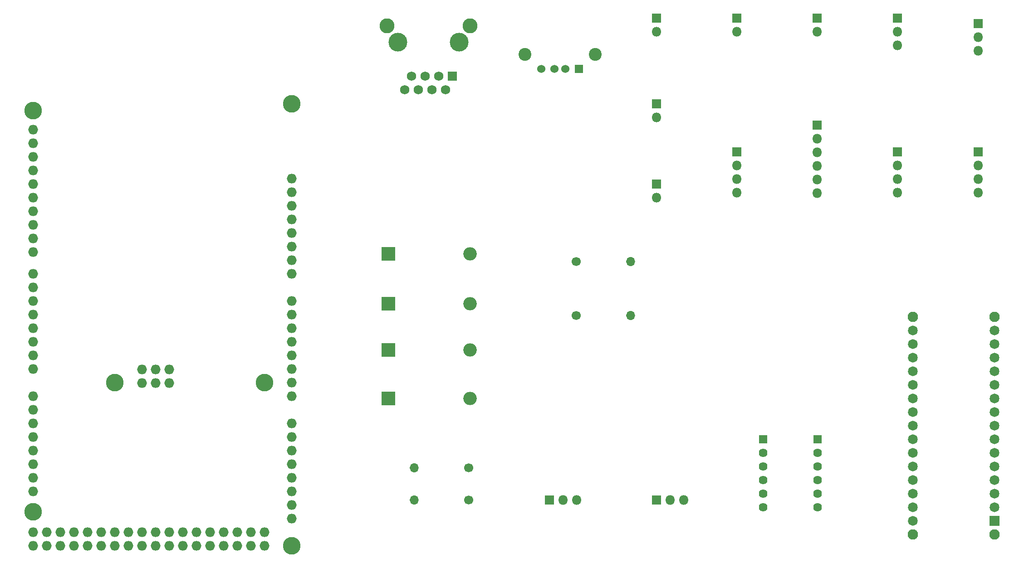
<source format=gbr>
G04 #@! TF.GenerationSoftware,KiCad,Pcbnew,(5.1.6)-1*
G04 #@! TF.CreationDate,2021-03-30T15:03:47-05:00*
G04 #@! TF.ProjectId,ControllerPCB,436f6e74-726f-46c6-9c65-725043422e6b,rev?*
G04 #@! TF.SameCoordinates,Original*
G04 #@! TF.FileFunction,Soldermask,Bot*
G04 #@! TF.FilePolarity,Negative*
%FSLAX46Y46*%
G04 Gerber Fmt 4.6, Leading zero omitted, Abs format (unit mm)*
G04 Created by KiCad (PCBNEW (5.1.6)-1) date 2021-03-30 15:03:47*
%MOMM*%
%LPD*%
G01*
G04 APERTURE LIST*
%ADD10O,1.827200X1.827200*%
%ADD11C,3.300000*%
%ADD12O,2.500000X2.500000*%
%ADD13R,2.500000X2.500000*%
%ADD14O,1.800000X1.800000*%
%ADD15R,1.800000X1.800000*%
%ADD16C,1.950000*%
%ADD17R,1.827200X1.827200*%
%ADD18C,1.827200*%
%ADD19C,1.624000*%
%ADD20R,1.624000X1.624000*%
%ADD21O,1.700000X1.700000*%
%ADD22C,1.700000*%
%ADD23C,2.400000*%
%ADD24C,1.528000*%
%ADD25R,1.528000X1.528000*%
%ADD26C,2.800000*%
%ADD27C,1.750000*%
%ADD28R,1.750000X1.750000*%
%ADD29C,3.500000*%
G04 APERTURE END LIST*
D10*
X79020000Y-109627000D03*
X101880000Y-142520000D03*
X101880000Y-139980000D03*
X99340000Y-142520000D03*
X99340000Y-139980000D03*
X96800000Y-142520000D03*
X96800000Y-139980000D03*
X94260000Y-142520000D03*
X94260000Y-139980000D03*
X91720000Y-142520000D03*
X91720000Y-139980000D03*
X89180000Y-142520000D03*
X89180000Y-139980000D03*
X86640000Y-142520000D03*
X86640000Y-139980000D03*
X84100000Y-142520000D03*
X84100000Y-139980000D03*
X81560000Y-142520000D03*
X81560000Y-139980000D03*
X79020000Y-142520000D03*
X79020000Y-139980000D03*
X76480000Y-142520000D03*
X76480000Y-139980000D03*
X73940000Y-142520000D03*
X73940000Y-139980000D03*
X71400000Y-142520000D03*
X71400000Y-139980000D03*
X68860000Y-142520000D03*
X68860000Y-139980000D03*
X66320000Y-142520000D03*
X66320000Y-139980000D03*
X63780000Y-142520000D03*
X63780000Y-139980000D03*
X61240000Y-142520000D03*
X61240000Y-139980000D03*
X58700000Y-142520000D03*
X58700000Y-139980000D03*
X106960000Y-137440000D03*
X106960000Y-134900000D03*
X106960000Y-132360000D03*
X106960000Y-129820000D03*
X106960000Y-127280000D03*
X106960000Y-124740000D03*
X106960000Y-122200000D03*
X106960000Y-119660000D03*
X106960000Y-114580000D03*
X106960000Y-112040000D03*
X106960000Y-109500000D03*
X106960000Y-106960000D03*
X106960000Y-104420000D03*
X106960000Y-101880000D03*
X106960000Y-99340000D03*
X106960000Y-73940000D03*
X58700000Y-80036000D03*
X58700000Y-77496000D03*
X58700000Y-74956000D03*
X58700000Y-69876000D03*
X58700000Y-67336000D03*
X58700000Y-64796000D03*
D11*
X106960000Y-59970000D03*
X106960000Y-142520000D03*
X58700000Y-61240000D03*
X58700000Y-136170000D03*
X73940000Y-112040000D03*
X101880000Y-112040000D03*
D10*
X58700000Y-82576000D03*
X58700000Y-85116000D03*
X58700000Y-87656000D03*
X58700000Y-72416000D03*
X58700000Y-91720000D03*
X58700000Y-94260000D03*
X58700000Y-96800000D03*
X58700000Y-99340000D03*
X58700000Y-101880000D03*
X58700000Y-104420000D03*
X58700000Y-106960000D03*
X58700000Y-109500000D03*
X58700000Y-114580000D03*
X58700000Y-117120000D03*
X58700000Y-119660000D03*
X58700000Y-122200000D03*
X58700000Y-124740000D03*
X58700000Y-127280000D03*
X58700000Y-129820000D03*
X58700000Y-132360000D03*
X106960000Y-76480000D03*
X106960000Y-79020000D03*
X106960000Y-81560000D03*
X106960000Y-84100000D03*
X106960000Y-86640000D03*
X106960000Y-89180000D03*
X106960000Y-91720000D03*
X106960000Y-96800000D03*
X79020000Y-112167000D03*
X81560000Y-109627000D03*
X81560000Y-112167000D03*
X84100000Y-112167000D03*
X84100000Y-109627000D03*
D12*
X140240000Y-97300000D03*
D13*
X125000000Y-97300000D03*
D12*
X140240000Y-106000000D03*
D13*
X125000000Y-106000000D03*
D12*
X140240000Y-115000000D03*
D13*
X125000000Y-115000000D03*
D12*
X140240000Y-88000000D03*
D13*
X125000000Y-88000000D03*
D14*
X175000000Y-77540000D03*
D15*
X175000000Y-75000000D03*
D14*
X175000000Y-62540000D03*
D15*
X175000000Y-60000000D03*
D14*
X235000000Y-50080000D03*
X235000000Y-47540000D03*
D15*
X235000000Y-45000000D03*
D14*
X180080000Y-134000000D03*
X177540000Y-134000000D03*
D15*
X175000000Y-134000000D03*
D14*
X160080000Y-134000000D03*
X157540000Y-134000000D03*
D15*
X155000000Y-134000000D03*
D16*
X222880000Y-99770000D03*
X238120000Y-99770000D03*
X222880000Y-140410000D03*
X238120000Y-140410000D03*
D17*
X238120000Y-137870000D03*
D18*
X238120000Y-135330000D03*
X238120000Y-132790000D03*
X238120000Y-130250000D03*
X238120000Y-127710000D03*
X238120000Y-125170000D03*
X238120000Y-122630000D03*
X238120000Y-120090000D03*
X238120000Y-117550000D03*
X238120000Y-115010000D03*
X238120000Y-112470000D03*
X238120000Y-109930000D03*
X238120000Y-107390000D03*
X238120000Y-104850000D03*
X238120000Y-102310000D03*
X222880000Y-102310000D03*
X222880000Y-104850000D03*
X222880000Y-107390000D03*
X222880000Y-109930000D03*
X222880000Y-112470000D03*
X222880000Y-115010000D03*
X222880000Y-117550000D03*
X222880000Y-120090000D03*
X222880000Y-122630000D03*
X222880000Y-125170000D03*
X222880000Y-127710000D03*
X222880000Y-130250000D03*
X222880000Y-132790000D03*
X222880000Y-135330000D03*
X222880000Y-137870000D03*
D19*
X205080000Y-135350000D03*
X205080000Y-132810000D03*
X205080000Y-130270000D03*
X205080000Y-127730000D03*
X205080000Y-125190000D03*
D20*
X205080000Y-122650000D03*
D19*
X194920000Y-135350000D03*
X194920000Y-132810000D03*
X194920000Y-130270000D03*
X194920000Y-127730000D03*
X194920000Y-125190000D03*
D20*
X194920000Y-122650000D03*
D21*
X170160000Y-89500000D03*
D22*
X160000000Y-89500000D03*
D21*
X170160000Y-99500000D03*
D22*
X160000000Y-99500000D03*
D21*
X129840000Y-134000000D03*
D22*
X140000000Y-134000000D03*
D21*
X129840000Y-128000000D03*
D22*
X140000000Y-128000000D03*
D23*
X150430000Y-50800000D03*
X163570000Y-50800000D03*
D24*
X153500000Y-53510000D03*
X156000000Y-53510000D03*
X158000000Y-53510000D03*
D25*
X160500000Y-53510000D03*
D14*
X205000000Y-76700000D03*
X205000000Y-74160000D03*
X205000000Y-71620000D03*
X205000000Y-69080000D03*
X205000000Y-66540000D03*
D15*
X205000000Y-64000000D03*
D14*
X235000000Y-76620000D03*
X235000000Y-74080000D03*
X235000000Y-71540000D03*
D15*
X235000000Y-69000000D03*
D14*
X220000000Y-76620000D03*
X220000000Y-74080000D03*
X220000000Y-71540000D03*
D15*
X220000000Y-69000000D03*
D26*
X124750000Y-45450000D03*
X140250000Y-45450000D03*
D27*
X128055000Y-57390000D03*
X129325000Y-54850000D03*
X130595000Y-57390000D03*
X131865000Y-54850000D03*
X133135000Y-57390000D03*
X134405000Y-54850000D03*
X135675000Y-57390000D03*
D28*
X136945000Y-54850000D03*
D29*
X126785000Y-48500000D03*
X138215000Y-48500000D03*
D14*
X175000000Y-46540000D03*
D15*
X175000000Y-44000000D03*
D14*
X220000000Y-49080000D03*
X220000000Y-46540000D03*
D15*
X220000000Y-44000000D03*
D14*
X190000000Y-46540000D03*
D15*
X190000000Y-44000000D03*
D14*
X190000000Y-76620000D03*
X190000000Y-74080000D03*
X190000000Y-71540000D03*
D15*
X190000000Y-69000000D03*
D14*
X205000000Y-46540000D03*
D15*
X205000000Y-44000000D03*
M02*

</source>
